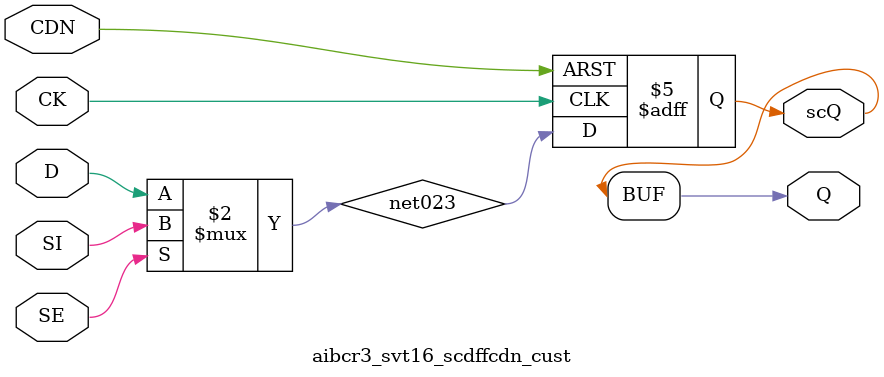
<source format=v>

module aibcr3_svt16_scdffcdn_cust ( Q, scQ, 
     CDN, CK, D, SE, SI );

output  Q, scQ;

input  CDN, CK, D, SE, SI;

wire Q, net023, se_n, SI, D;
reg  scQ;

assign se_n = !SE;
assign Q = scQ;
assign net023 = se_n ? D : SI;

always@(posedge CK or negedge CDN) begin
        if (!CDN) begin
                scQ <= 1'b0;
        end
        else begin
                scQ <= net023;
        end
end

endmodule


</source>
